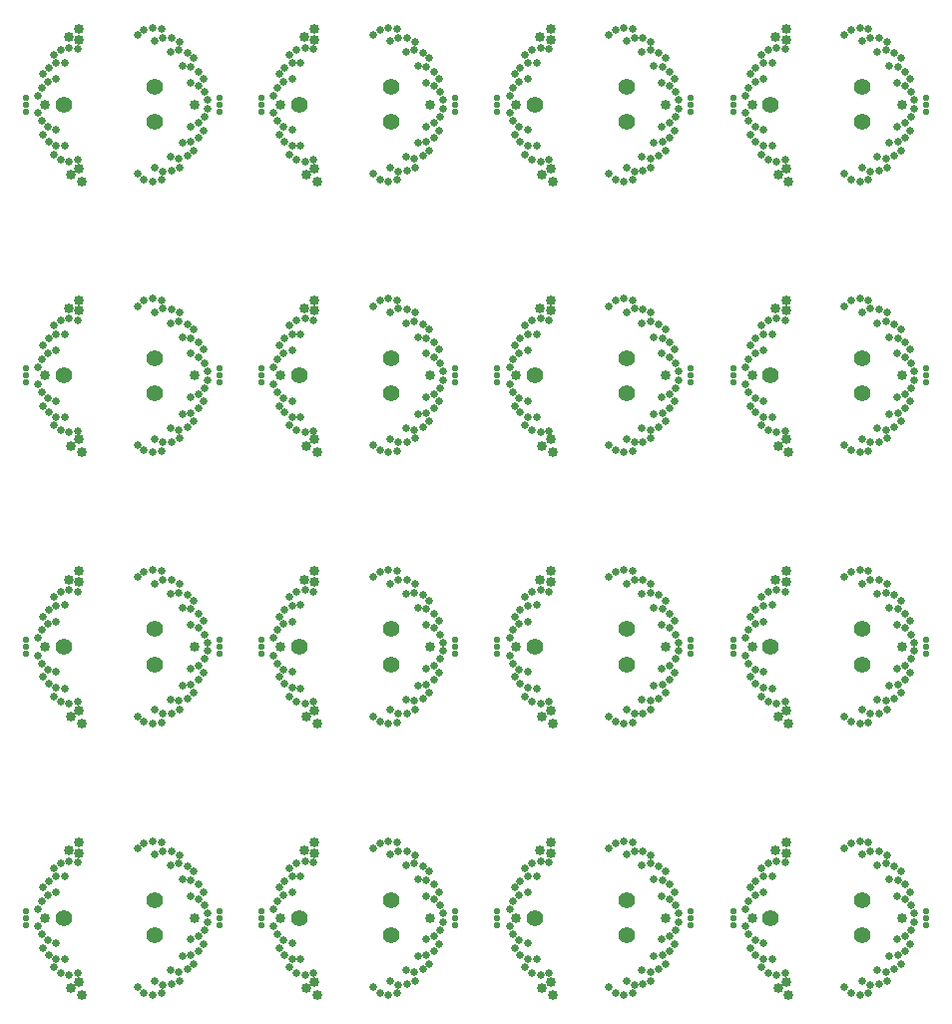
<source format=gbr>
G04 EAGLE Gerber RS-274X export*
G75*
%MOMM*%
%FSLAX34Y34*%
%LPD*%
%INSoldermask Bottom*%
%IPPOS*%
%AMOC8*
5,1,8,0,0,1.08239X$1,22.5*%
G01*
%ADD10C,0.551600*%
%ADD11C,1.401600*%
%ADD12C,0.851600*%
%ADD13C,0.635000*%


D10*
X128000Y226000D03*
X128000Y220000D03*
X128000Y214000D03*
X292000Y214000D03*
X292000Y220000D03*
X292000Y226000D03*
D11*
X237500Y205000D03*
X237500Y235000D03*
X160000Y220000D03*
D10*
X328000Y226000D03*
X328000Y220000D03*
X328000Y214000D03*
X492000Y214000D03*
X492000Y220000D03*
X492000Y226000D03*
D11*
X437500Y205000D03*
X437500Y235000D03*
X360000Y220000D03*
D10*
X528000Y226000D03*
X528000Y220000D03*
X528000Y214000D03*
X692000Y214000D03*
X692000Y220000D03*
X692000Y226000D03*
D11*
X637500Y205000D03*
X637500Y235000D03*
X560000Y220000D03*
D10*
X728000Y226000D03*
X728000Y220000D03*
X728000Y214000D03*
X892000Y214000D03*
X892000Y220000D03*
X892000Y226000D03*
D11*
X837500Y205000D03*
X837500Y235000D03*
X760000Y220000D03*
D10*
X328000Y456000D03*
X328000Y450000D03*
X328000Y444000D03*
X492000Y444000D03*
X492000Y450000D03*
X492000Y456000D03*
D11*
X437500Y435000D03*
X437500Y465000D03*
X360000Y450000D03*
D10*
X528000Y456000D03*
X528000Y450000D03*
X528000Y444000D03*
X692000Y444000D03*
X692000Y450000D03*
X692000Y456000D03*
D11*
X637500Y435000D03*
X637500Y465000D03*
X560000Y450000D03*
D10*
X728000Y456000D03*
X728000Y450000D03*
X728000Y444000D03*
X892000Y444000D03*
X892000Y450000D03*
X892000Y456000D03*
D11*
X837500Y435000D03*
X837500Y465000D03*
X760000Y450000D03*
D10*
X328000Y686000D03*
X328000Y680000D03*
X328000Y674000D03*
X492000Y674000D03*
X492000Y680000D03*
X492000Y686000D03*
D11*
X437500Y665000D03*
X437500Y695000D03*
X360000Y680000D03*
D10*
X528000Y686000D03*
X528000Y680000D03*
X528000Y674000D03*
X692000Y674000D03*
X692000Y680000D03*
X692000Y686000D03*
D11*
X637500Y665000D03*
X637500Y695000D03*
X560000Y680000D03*
D10*
X728000Y686000D03*
X728000Y680000D03*
X728000Y674000D03*
X892000Y674000D03*
X892000Y680000D03*
X892000Y686000D03*
D11*
X837500Y665000D03*
X837500Y695000D03*
X760000Y680000D03*
D10*
X328000Y916000D03*
X328000Y910000D03*
X328000Y904000D03*
X492000Y904000D03*
X492000Y910000D03*
X492000Y916000D03*
D11*
X437500Y895000D03*
X437500Y925000D03*
X360000Y910000D03*
D10*
X528000Y916000D03*
X528000Y910000D03*
X528000Y904000D03*
X692000Y904000D03*
X692000Y910000D03*
X692000Y916000D03*
D11*
X637500Y895000D03*
X637500Y925000D03*
X560000Y910000D03*
D10*
X728000Y916000D03*
X728000Y910000D03*
X728000Y904000D03*
X892000Y904000D03*
X892000Y910000D03*
X892000Y916000D03*
D11*
X837500Y895000D03*
X837500Y925000D03*
X760000Y910000D03*
D10*
X128000Y456000D03*
X128000Y450000D03*
X128000Y444000D03*
X292000Y444000D03*
X292000Y450000D03*
X292000Y456000D03*
D11*
X237500Y435000D03*
X237500Y465000D03*
X160000Y450000D03*
D10*
X128000Y686000D03*
X128000Y680000D03*
X128000Y674000D03*
X292000Y674000D03*
X292000Y680000D03*
X292000Y686000D03*
D11*
X237500Y665000D03*
X237500Y695000D03*
X160000Y680000D03*
D10*
X128000Y916000D03*
X128000Y910000D03*
X128000Y904000D03*
X292000Y904000D03*
X292000Y910000D03*
X292000Y916000D03*
D11*
X237500Y895000D03*
X237500Y925000D03*
X160000Y910000D03*
D12*
X166000Y160500D03*
X175100Y154900D03*
X173000Y165800D03*
X173000Y275000D03*
X144000Y220000D03*
X271000Y220000D03*
X173000Y284000D03*
X164000Y277000D03*
D13*
X146683Y200736D03*
X141346Y205898D03*
X153743Y198520D03*
X138369Y212622D03*
X153826Y185005D03*
X147335Y188609D03*
X161219Y184692D03*
X142719Y194334D03*
X164798Y171658D03*
X157595Y173460D03*
X172020Y173269D03*
X151654Y177795D03*
X228329Y156406D03*
X235565Y154741D03*
X222625Y161120D03*
X242826Y155907D03*
X244164Y163316D03*
X251584Y163581D03*
X237434Y166394D03*
X258296Y166587D03*
X257671Y174090D03*
X264769Y176267D03*
X250374Y175321D03*
X270475Y180907D03*
X267929Y187992D03*
X274222Y191932D03*
X260562Y187293D03*
X278532Y197891D03*
X274239Y204076D03*
X279298Y209510D03*
X267304Y201494D03*
X281919Y216381D03*
X146683Y239264D03*
X141346Y234102D03*
X153743Y241480D03*
X138369Y227378D03*
X153826Y254995D03*
X147335Y251391D03*
X161219Y255308D03*
X142719Y245666D03*
X164798Y268342D03*
X157595Y266540D03*
X172020Y266731D03*
X151654Y262205D03*
X228329Y283594D03*
X235565Y285259D03*
X222625Y278880D03*
X242826Y284093D03*
X244164Y276684D03*
X251584Y276419D03*
X237434Y273606D03*
X258296Y273413D03*
X257671Y265910D03*
X264769Y263733D03*
X250374Y264679D03*
X270475Y259093D03*
X267929Y252008D03*
X274222Y248068D03*
X260562Y252707D03*
X278532Y242109D03*
X274239Y235924D03*
X279298Y230490D03*
X267304Y238506D03*
X281919Y223619D03*
D12*
X366000Y160500D03*
X375100Y154900D03*
X373000Y165800D03*
X373000Y275000D03*
X344000Y220000D03*
X471000Y220000D03*
X373000Y284000D03*
X364000Y277000D03*
D13*
X346683Y200736D03*
X341346Y205898D03*
X353743Y198520D03*
X338369Y212622D03*
X353826Y185005D03*
X347335Y188609D03*
X361219Y184692D03*
X342719Y194334D03*
X364798Y171658D03*
X357595Y173460D03*
X372020Y173269D03*
X351654Y177795D03*
X428329Y156406D03*
X435565Y154741D03*
X422625Y161120D03*
X442826Y155907D03*
X444164Y163316D03*
X451584Y163581D03*
X437434Y166394D03*
X458296Y166587D03*
X457671Y174090D03*
X464769Y176267D03*
X450374Y175321D03*
X470475Y180907D03*
X467929Y187992D03*
X474222Y191932D03*
X460562Y187293D03*
X478532Y197891D03*
X474239Y204076D03*
X479298Y209510D03*
X467304Y201494D03*
X481919Y216381D03*
X346683Y239264D03*
X341346Y234102D03*
X353743Y241480D03*
X338369Y227378D03*
X353826Y254995D03*
X347335Y251391D03*
X361219Y255308D03*
X342719Y245666D03*
X364798Y268342D03*
X357595Y266540D03*
X372020Y266731D03*
X351654Y262205D03*
X428329Y283594D03*
X435565Y285259D03*
X422625Y278880D03*
X442826Y284093D03*
X444164Y276684D03*
X451584Y276419D03*
X437434Y273606D03*
X458296Y273413D03*
X457671Y265910D03*
X464769Y263733D03*
X450374Y264679D03*
X470475Y259093D03*
X467929Y252008D03*
X474222Y248068D03*
X460562Y252707D03*
X478532Y242109D03*
X474239Y235924D03*
X479298Y230490D03*
X467304Y238506D03*
X481919Y223619D03*
D12*
X566000Y160500D03*
X575100Y154900D03*
X573000Y165800D03*
X573000Y275000D03*
X544000Y220000D03*
X671000Y220000D03*
X573000Y284000D03*
X564000Y277000D03*
D13*
X546683Y200736D03*
X541346Y205898D03*
X553743Y198520D03*
X538369Y212622D03*
X553826Y185005D03*
X547335Y188609D03*
X561219Y184692D03*
X542719Y194334D03*
X564798Y171658D03*
X557595Y173460D03*
X572020Y173269D03*
X551654Y177795D03*
X628329Y156406D03*
X635565Y154741D03*
X622625Y161120D03*
X642826Y155907D03*
X644164Y163316D03*
X651584Y163581D03*
X637434Y166394D03*
X658296Y166587D03*
X657671Y174090D03*
X664769Y176267D03*
X650374Y175321D03*
X670475Y180907D03*
X667929Y187992D03*
X674222Y191932D03*
X660562Y187293D03*
X678532Y197891D03*
X674239Y204076D03*
X679298Y209510D03*
X667304Y201494D03*
X681919Y216381D03*
X546683Y239264D03*
X541346Y234102D03*
X553743Y241480D03*
X538369Y227378D03*
X553826Y254995D03*
X547335Y251391D03*
X561219Y255308D03*
X542719Y245666D03*
X564798Y268342D03*
X557595Y266540D03*
X572020Y266731D03*
X551654Y262205D03*
X628329Y283594D03*
X635565Y285259D03*
X622625Y278880D03*
X642826Y284093D03*
X644164Y276684D03*
X651584Y276419D03*
X637434Y273606D03*
X658296Y273413D03*
X657671Y265910D03*
X664769Y263733D03*
X650374Y264679D03*
X670475Y259093D03*
X667929Y252008D03*
X674222Y248068D03*
X660562Y252707D03*
X678532Y242109D03*
X674239Y235924D03*
X679298Y230490D03*
X667304Y238506D03*
X681919Y223619D03*
D12*
X766000Y160500D03*
X775100Y154900D03*
X773000Y165800D03*
X773000Y275000D03*
X744000Y220000D03*
X871000Y220000D03*
X773000Y284000D03*
X764000Y277000D03*
D13*
X746683Y200736D03*
X741346Y205898D03*
X753743Y198520D03*
X738369Y212622D03*
X753826Y185005D03*
X747335Y188609D03*
X761219Y184692D03*
X742719Y194334D03*
X764798Y171658D03*
X757595Y173460D03*
X772020Y173269D03*
X751654Y177795D03*
X828329Y156406D03*
X835565Y154741D03*
X822625Y161120D03*
X842826Y155907D03*
X844164Y163316D03*
X851584Y163581D03*
X837434Y166394D03*
X858296Y166587D03*
X857671Y174090D03*
X864769Y176267D03*
X850374Y175321D03*
X870475Y180907D03*
X867929Y187992D03*
X874222Y191932D03*
X860562Y187293D03*
X878532Y197891D03*
X874239Y204076D03*
X879298Y209510D03*
X867304Y201494D03*
X881919Y216381D03*
X746683Y239264D03*
X741346Y234102D03*
X753743Y241480D03*
X738369Y227378D03*
X753826Y254995D03*
X747335Y251391D03*
X761219Y255308D03*
X742719Y245666D03*
X764798Y268342D03*
X757595Y266540D03*
X772020Y266731D03*
X751654Y262205D03*
X828329Y283594D03*
X835565Y285259D03*
X822625Y278880D03*
X842826Y284093D03*
X844164Y276684D03*
X851584Y276419D03*
X837434Y273606D03*
X858296Y273413D03*
X857671Y265910D03*
X864769Y263733D03*
X850374Y264679D03*
X870475Y259093D03*
X867929Y252008D03*
X874222Y248068D03*
X860562Y252707D03*
X878532Y242109D03*
X874239Y235924D03*
X879298Y230490D03*
X867304Y238506D03*
X881919Y223619D03*
D12*
X366000Y390500D03*
X375100Y384900D03*
X373000Y395800D03*
X373000Y505000D03*
X344000Y450000D03*
X471000Y450000D03*
X373000Y514000D03*
X364000Y507000D03*
D13*
X346683Y430736D03*
X341346Y435898D03*
X353743Y428520D03*
X338369Y442622D03*
X353826Y415005D03*
X347335Y418609D03*
X361219Y414692D03*
X342719Y424334D03*
X364798Y401658D03*
X357595Y403460D03*
X372020Y403269D03*
X351654Y407795D03*
X428329Y386406D03*
X435565Y384741D03*
X422625Y391120D03*
X442826Y385907D03*
X444164Y393316D03*
X451584Y393581D03*
X437434Y396394D03*
X458296Y396587D03*
X457671Y404090D03*
X464769Y406267D03*
X450374Y405321D03*
X470475Y410907D03*
X467929Y417992D03*
X474222Y421932D03*
X460562Y417293D03*
X478532Y427891D03*
X474239Y434076D03*
X479298Y439510D03*
X467304Y431494D03*
X481919Y446381D03*
X346683Y469264D03*
X341346Y464102D03*
X353743Y471480D03*
X338369Y457378D03*
X353826Y484995D03*
X347335Y481391D03*
X361219Y485308D03*
X342719Y475666D03*
X364798Y498342D03*
X357595Y496540D03*
X372020Y496731D03*
X351654Y492205D03*
X428329Y513594D03*
X435565Y515259D03*
X422625Y508880D03*
X442826Y514093D03*
X444164Y506684D03*
X451584Y506419D03*
X437434Y503606D03*
X458296Y503413D03*
X457671Y495910D03*
X464769Y493733D03*
X450374Y494679D03*
X470475Y489093D03*
X467929Y482008D03*
X474222Y478068D03*
X460562Y482707D03*
X478532Y472109D03*
X474239Y465924D03*
X479298Y460490D03*
X467304Y468506D03*
X481919Y453619D03*
D12*
X566000Y390500D03*
X575100Y384900D03*
X573000Y395800D03*
X573000Y505000D03*
X544000Y450000D03*
X671000Y450000D03*
X573000Y514000D03*
X564000Y507000D03*
D13*
X546683Y430736D03*
X541346Y435898D03*
X553743Y428520D03*
X538369Y442622D03*
X553826Y415005D03*
X547335Y418609D03*
X561219Y414692D03*
X542719Y424334D03*
X564798Y401658D03*
X557595Y403460D03*
X572020Y403269D03*
X551654Y407795D03*
X628329Y386406D03*
X635565Y384741D03*
X622625Y391120D03*
X642826Y385907D03*
X644164Y393316D03*
X651584Y393581D03*
X637434Y396394D03*
X658296Y396587D03*
X657671Y404090D03*
X664769Y406267D03*
X650374Y405321D03*
X670475Y410907D03*
X667929Y417992D03*
X674222Y421932D03*
X660562Y417293D03*
X678532Y427891D03*
X674239Y434076D03*
X679298Y439510D03*
X667304Y431494D03*
X681919Y446381D03*
X546683Y469264D03*
X541346Y464102D03*
X553743Y471480D03*
X538369Y457378D03*
X553826Y484995D03*
X547335Y481391D03*
X561219Y485308D03*
X542719Y475666D03*
X564798Y498342D03*
X557595Y496540D03*
X572020Y496731D03*
X551654Y492205D03*
X628329Y513594D03*
X635565Y515259D03*
X622625Y508880D03*
X642826Y514093D03*
X644164Y506684D03*
X651584Y506419D03*
X637434Y503606D03*
X658296Y503413D03*
X657671Y495910D03*
X664769Y493733D03*
X650374Y494679D03*
X670475Y489093D03*
X667929Y482008D03*
X674222Y478068D03*
X660562Y482707D03*
X678532Y472109D03*
X674239Y465924D03*
X679298Y460490D03*
X667304Y468506D03*
X681919Y453619D03*
D12*
X766000Y390500D03*
X775100Y384900D03*
X773000Y395800D03*
X773000Y505000D03*
X744000Y450000D03*
X871000Y450000D03*
X773000Y514000D03*
X764000Y507000D03*
D13*
X746683Y430736D03*
X741346Y435898D03*
X753743Y428520D03*
X738369Y442622D03*
X753826Y415005D03*
X747335Y418609D03*
X761219Y414692D03*
X742719Y424334D03*
X764798Y401658D03*
X757595Y403460D03*
X772020Y403269D03*
X751654Y407795D03*
X828329Y386406D03*
X835565Y384741D03*
X822625Y391120D03*
X842826Y385907D03*
X844164Y393316D03*
X851584Y393581D03*
X837434Y396394D03*
X858296Y396587D03*
X857671Y404090D03*
X864769Y406267D03*
X850374Y405321D03*
X870475Y410907D03*
X867929Y417992D03*
X874222Y421932D03*
X860562Y417293D03*
X878532Y427891D03*
X874239Y434076D03*
X879298Y439510D03*
X867304Y431494D03*
X881919Y446381D03*
X746683Y469264D03*
X741346Y464102D03*
X753743Y471480D03*
X738369Y457378D03*
X753826Y484995D03*
X747335Y481391D03*
X761219Y485308D03*
X742719Y475666D03*
X764798Y498342D03*
X757595Y496540D03*
X772020Y496731D03*
X751654Y492205D03*
X828329Y513594D03*
X835565Y515259D03*
X822625Y508880D03*
X842826Y514093D03*
X844164Y506684D03*
X851584Y506419D03*
X837434Y503606D03*
X858296Y503413D03*
X857671Y495910D03*
X864769Y493733D03*
X850374Y494679D03*
X870475Y489093D03*
X867929Y482008D03*
X874222Y478068D03*
X860562Y482707D03*
X878532Y472109D03*
X874239Y465924D03*
X879298Y460490D03*
X867304Y468506D03*
X881919Y453619D03*
D12*
X366000Y620500D03*
X375100Y614900D03*
X373000Y625800D03*
X373000Y735000D03*
X344000Y680000D03*
X471000Y680000D03*
X373000Y744000D03*
X364000Y737000D03*
D13*
X346683Y660736D03*
X341346Y665898D03*
X353743Y658520D03*
X338369Y672622D03*
X353826Y645005D03*
X347335Y648609D03*
X361219Y644692D03*
X342719Y654334D03*
X364798Y631658D03*
X357595Y633460D03*
X372020Y633269D03*
X351654Y637795D03*
X428329Y616406D03*
X435565Y614741D03*
X422625Y621120D03*
X442826Y615907D03*
X444164Y623316D03*
X451584Y623581D03*
X437434Y626394D03*
X458296Y626587D03*
X457671Y634090D03*
X464769Y636267D03*
X450374Y635321D03*
X470475Y640907D03*
X467929Y647992D03*
X474222Y651932D03*
X460562Y647293D03*
X478532Y657891D03*
X474239Y664076D03*
X479298Y669510D03*
X467304Y661494D03*
X481919Y676381D03*
X346683Y699264D03*
X341346Y694102D03*
X353743Y701480D03*
X338369Y687378D03*
X353826Y714995D03*
X347335Y711391D03*
X361219Y715308D03*
X342719Y705666D03*
X364798Y728342D03*
X357595Y726540D03*
X372020Y726731D03*
X351654Y722205D03*
X428329Y743594D03*
X435565Y745259D03*
X422625Y738880D03*
X442826Y744093D03*
X444164Y736684D03*
X451584Y736419D03*
X437434Y733606D03*
X458296Y733413D03*
X457671Y725910D03*
X464769Y723733D03*
X450374Y724679D03*
X470475Y719093D03*
X467929Y712008D03*
X474222Y708068D03*
X460562Y712707D03*
X478532Y702109D03*
X474239Y695924D03*
X479298Y690490D03*
X467304Y698506D03*
X481919Y683619D03*
D12*
X566000Y620500D03*
X575100Y614900D03*
X573000Y625800D03*
X573000Y735000D03*
X544000Y680000D03*
X671000Y680000D03*
X573000Y744000D03*
X564000Y737000D03*
D13*
X546683Y660736D03*
X541346Y665898D03*
X553743Y658520D03*
X538369Y672622D03*
X553826Y645005D03*
X547335Y648609D03*
X561219Y644692D03*
X542719Y654334D03*
X564798Y631658D03*
X557595Y633460D03*
X572020Y633269D03*
X551654Y637795D03*
X628329Y616406D03*
X635565Y614741D03*
X622625Y621120D03*
X642826Y615907D03*
X644164Y623316D03*
X651584Y623581D03*
X637434Y626394D03*
X658296Y626587D03*
X657671Y634090D03*
X664769Y636267D03*
X650374Y635321D03*
X670475Y640907D03*
X667929Y647992D03*
X674222Y651932D03*
X660562Y647293D03*
X678532Y657891D03*
X674239Y664076D03*
X679298Y669510D03*
X667304Y661494D03*
X681919Y676381D03*
X546683Y699264D03*
X541346Y694102D03*
X553743Y701480D03*
X538369Y687378D03*
X553826Y714995D03*
X547335Y711391D03*
X561219Y715308D03*
X542719Y705666D03*
X564798Y728342D03*
X557595Y726540D03*
X572020Y726731D03*
X551654Y722205D03*
X628329Y743594D03*
X635565Y745259D03*
X622625Y738880D03*
X642826Y744093D03*
X644164Y736684D03*
X651584Y736419D03*
X637434Y733606D03*
X658296Y733413D03*
X657671Y725910D03*
X664769Y723733D03*
X650374Y724679D03*
X670475Y719093D03*
X667929Y712008D03*
X674222Y708068D03*
X660562Y712707D03*
X678532Y702109D03*
X674239Y695924D03*
X679298Y690490D03*
X667304Y698506D03*
X681919Y683619D03*
D12*
X766000Y620500D03*
X775100Y614900D03*
X773000Y625800D03*
X773000Y735000D03*
X744000Y680000D03*
X871000Y680000D03*
X773000Y744000D03*
X764000Y737000D03*
D13*
X746683Y660736D03*
X741346Y665898D03*
X753743Y658520D03*
X738369Y672622D03*
X753826Y645005D03*
X747335Y648609D03*
X761219Y644692D03*
X742719Y654334D03*
X764798Y631658D03*
X757595Y633460D03*
X772020Y633269D03*
X751654Y637795D03*
X828329Y616406D03*
X835565Y614741D03*
X822625Y621120D03*
X842826Y615907D03*
X844164Y623316D03*
X851584Y623581D03*
X837434Y626394D03*
X858296Y626587D03*
X857671Y634090D03*
X864769Y636267D03*
X850374Y635321D03*
X870475Y640907D03*
X867929Y647992D03*
X874222Y651932D03*
X860562Y647293D03*
X878532Y657891D03*
X874239Y664076D03*
X879298Y669510D03*
X867304Y661494D03*
X881919Y676381D03*
X746683Y699264D03*
X741346Y694102D03*
X753743Y701480D03*
X738369Y687378D03*
X753826Y714995D03*
X747335Y711391D03*
X761219Y715308D03*
X742719Y705666D03*
X764798Y728342D03*
X757595Y726540D03*
X772020Y726731D03*
X751654Y722205D03*
X828329Y743594D03*
X835565Y745259D03*
X822625Y738880D03*
X842826Y744093D03*
X844164Y736684D03*
X851584Y736419D03*
X837434Y733606D03*
X858296Y733413D03*
X857671Y725910D03*
X864769Y723733D03*
X850374Y724679D03*
X870475Y719093D03*
X867929Y712008D03*
X874222Y708068D03*
X860562Y712707D03*
X878532Y702109D03*
X874239Y695924D03*
X879298Y690490D03*
X867304Y698506D03*
X881919Y683619D03*
D12*
X366000Y850500D03*
X375100Y844900D03*
X373000Y855800D03*
X373000Y965000D03*
X344000Y910000D03*
X471000Y910000D03*
X373000Y974000D03*
X364000Y967000D03*
D13*
X346683Y890736D03*
X341346Y895898D03*
X353743Y888520D03*
X338369Y902622D03*
X353826Y875005D03*
X347335Y878609D03*
X361219Y874692D03*
X342719Y884334D03*
X364798Y861658D03*
X357595Y863460D03*
X372020Y863269D03*
X351654Y867795D03*
X428329Y846406D03*
X435565Y844741D03*
X422625Y851120D03*
X442826Y845907D03*
X444164Y853316D03*
X451584Y853581D03*
X437434Y856394D03*
X458296Y856587D03*
X457671Y864090D03*
X464769Y866267D03*
X450374Y865321D03*
X470475Y870907D03*
X467929Y877992D03*
X474222Y881932D03*
X460562Y877293D03*
X478532Y887891D03*
X474239Y894076D03*
X479298Y899510D03*
X467304Y891494D03*
X481919Y906381D03*
X346683Y929264D03*
X341346Y924102D03*
X353743Y931480D03*
X338369Y917378D03*
X353826Y944995D03*
X347335Y941391D03*
X361219Y945308D03*
X342719Y935666D03*
X364798Y958342D03*
X357595Y956540D03*
X372020Y956731D03*
X351654Y952205D03*
X428329Y973594D03*
X435565Y975259D03*
X422625Y968880D03*
X442826Y974093D03*
X444164Y966684D03*
X451584Y966419D03*
X437434Y963606D03*
X458296Y963413D03*
X457671Y955910D03*
X464769Y953733D03*
X450374Y954679D03*
X470475Y949093D03*
X467929Y942008D03*
X474222Y938068D03*
X460562Y942707D03*
X478532Y932109D03*
X474239Y925924D03*
X479298Y920490D03*
X467304Y928506D03*
X481919Y913619D03*
D12*
X566000Y850500D03*
X575100Y844900D03*
X573000Y855800D03*
X573000Y965000D03*
X544000Y910000D03*
X671000Y910000D03*
X573000Y974000D03*
X564000Y967000D03*
D13*
X546683Y890736D03*
X541346Y895898D03*
X553743Y888520D03*
X538369Y902622D03*
X553826Y875005D03*
X547335Y878609D03*
X561219Y874692D03*
X542719Y884334D03*
X564798Y861658D03*
X557595Y863460D03*
X572020Y863269D03*
X551654Y867795D03*
X628329Y846406D03*
X635565Y844741D03*
X622625Y851120D03*
X642826Y845907D03*
X644164Y853316D03*
X651584Y853581D03*
X637434Y856394D03*
X658296Y856587D03*
X657671Y864090D03*
X664769Y866267D03*
X650374Y865321D03*
X670475Y870907D03*
X667929Y877992D03*
X674222Y881932D03*
X660562Y877293D03*
X678532Y887891D03*
X674239Y894076D03*
X679298Y899510D03*
X667304Y891494D03*
X681919Y906381D03*
X546683Y929264D03*
X541346Y924102D03*
X553743Y931480D03*
X538369Y917378D03*
X553826Y944995D03*
X547335Y941391D03*
X561219Y945308D03*
X542719Y935666D03*
X564798Y958342D03*
X557595Y956540D03*
X572020Y956731D03*
X551654Y952205D03*
X628329Y973594D03*
X635565Y975259D03*
X622625Y968880D03*
X642826Y974093D03*
X644164Y966684D03*
X651584Y966419D03*
X637434Y963606D03*
X658296Y963413D03*
X657671Y955910D03*
X664769Y953733D03*
X650374Y954679D03*
X670475Y949093D03*
X667929Y942008D03*
X674222Y938068D03*
X660562Y942707D03*
X678532Y932109D03*
X674239Y925924D03*
X679298Y920490D03*
X667304Y928506D03*
X681919Y913619D03*
D12*
X766000Y850500D03*
X775100Y844900D03*
X773000Y855800D03*
X773000Y965000D03*
X744000Y910000D03*
X871000Y910000D03*
X773000Y974000D03*
X764000Y967000D03*
D13*
X746683Y890736D03*
X741346Y895898D03*
X753743Y888520D03*
X738369Y902622D03*
X753826Y875005D03*
X747335Y878609D03*
X761219Y874692D03*
X742719Y884334D03*
X764798Y861658D03*
X757595Y863460D03*
X772020Y863269D03*
X751654Y867795D03*
X828329Y846406D03*
X835565Y844741D03*
X822625Y851120D03*
X842826Y845907D03*
X844164Y853316D03*
X851584Y853581D03*
X837434Y856394D03*
X858296Y856587D03*
X857671Y864090D03*
X864769Y866267D03*
X850374Y865321D03*
X870475Y870907D03*
X867929Y877992D03*
X874222Y881932D03*
X860562Y877293D03*
X878532Y887891D03*
X874239Y894076D03*
X879298Y899510D03*
X867304Y891494D03*
X881919Y906381D03*
X746683Y929264D03*
X741346Y924102D03*
X753743Y931480D03*
X738369Y917378D03*
X753826Y944995D03*
X747335Y941391D03*
X761219Y945308D03*
X742719Y935666D03*
X764798Y958342D03*
X757595Y956540D03*
X772020Y956731D03*
X751654Y952205D03*
X828329Y973594D03*
X835565Y975259D03*
X822625Y968880D03*
X842826Y974093D03*
X844164Y966684D03*
X851584Y966419D03*
X837434Y963606D03*
X858296Y963413D03*
X857671Y955910D03*
X864769Y953733D03*
X850374Y954679D03*
X870475Y949093D03*
X867929Y942008D03*
X874222Y938068D03*
X860562Y942707D03*
X878532Y932109D03*
X874239Y925924D03*
X879298Y920490D03*
X867304Y928506D03*
X881919Y913619D03*
D12*
X166000Y390500D03*
X175100Y384900D03*
X173000Y395800D03*
X173000Y505000D03*
X144000Y450000D03*
X271000Y450000D03*
X173000Y514000D03*
X164000Y507000D03*
D13*
X146683Y430736D03*
X141346Y435898D03*
X153743Y428520D03*
X138369Y442622D03*
X153826Y415005D03*
X147335Y418609D03*
X161219Y414692D03*
X142719Y424334D03*
X164798Y401658D03*
X157595Y403460D03*
X172020Y403269D03*
X151654Y407795D03*
X228329Y386406D03*
X235565Y384741D03*
X222625Y391120D03*
X242826Y385907D03*
X244164Y393316D03*
X251584Y393581D03*
X237434Y396394D03*
X258296Y396587D03*
X257671Y404090D03*
X264769Y406267D03*
X250374Y405321D03*
X270475Y410907D03*
X267929Y417992D03*
X274222Y421932D03*
X260562Y417293D03*
X278532Y427891D03*
X274239Y434076D03*
X279298Y439510D03*
X267304Y431494D03*
X281919Y446381D03*
X146683Y469264D03*
X141346Y464102D03*
X153743Y471480D03*
X138369Y457378D03*
X153826Y484995D03*
X147335Y481391D03*
X161219Y485308D03*
X142719Y475666D03*
X164798Y498342D03*
X157595Y496540D03*
X172020Y496731D03*
X151654Y492205D03*
X228329Y513594D03*
X235565Y515259D03*
X222625Y508880D03*
X242826Y514093D03*
X244164Y506684D03*
X251584Y506419D03*
X237434Y503606D03*
X258296Y503413D03*
X257671Y495910D03*
X264769Y493733D03*
X250374Y494679D03*
X270475Y489093D03*
X267929Y482008D03*
X274222Y478068D03*
X260562Y482707D03*
X278532Y472109D03*
X274239Y465924D03*
X279298Y460490D03*
X267304Y468506D03*
X281919Y453619D03*
D12*
X166000Y620500D03*
X175100Y614900D03*
X173000Y625800D03*
X173000Y735000D03*
X144000Y680000D03*
X271000Y680000D03*
X173000Y744000D03*
X164000Y737000D03*
D13*
X146683Y660736D03*
X141346Y665898D03*
X153743Y658520D03*
X138369Y672622D03*
X153826Y645005D03*
X147335Y648609D03*
X161219Y644692D03*
X142719Y654334D03*
X164798Y631658D03*
X157595Y633460D03*
X172020Y633269D03*
X151654Y637795D03*
X228329Y616406D03*
X235565Y614741D03*
X222625Y621120D03*
X242826Y615907D03*
X244164Y623316D03*
X251584Y623581D03*
X237434Y626394D03*
X258296Y626587D03*
X257671Y634090D03*
X264769Y636267D03*
X250374Y635321D03*
X270475Y640907D03*
X267929Y647992D03*
X274222Y651932D03*
X260562Y647293D03*
X278532Y657891D03*
X274239Y664076D03*
X279298Y669510D03*
X267304Y661494D03*
X281919Y676381D03*
X146683Y699264D03*
X141346Y694102D03*
X153743Y701480D03*
X138369Y687378D03*
X153826Y714995D03*
X147335Y711391D03*
X161219Y715308D03*
X142719Y705666D03*
X164798Y728342D03*
X157595Y726540D03*
X172020Y726731D03*
X151654Y722205D03*
X228329Y743594D03*
X235565Y745259D03*
X222625Y738880D03*
X242826Y744093D03*
X244164Y736684D03*
X251584Y736419D03*
X237434Y733606D03*
X258296Y733413D03*
X257671Y725910D03*
X264769Y723733D03*
X250374Y724679D03*
X270475Y719093D03*
X267929Y712008D03*
X274222Y708068D03*
X260562Y712707D03*
X278532Y702109D03*
X274239Y695924D03*
X279298Y690490D03*
X267304Y698506D03*
X281919Y683619D03*
D12*
X166000Y850500D03*
X175100Y844900D03*
X173000Y855800D03*
X173000Y965000D03*
X144000Y910000D03*
X271000Y910000D03*
X173000Y974000D03*
X164000Y967000D03*
D13*
X146683Y890736D03*
X141346Y895898D03*
X153743Y888520D03*
X138369Y902622D03*
X153826Y875005D03*
X147335Y878609D03*
X161219Y874692D03*
X142719Y884334D03*
X164798Y861658D03*
X157595Y863460D03*
X172020Y863269D03*
X151654Y867795D03*
X228329Y846406D03*
X235565Y844741D03*
X222625Y851120D03*
X242826Y845907D03*
X244164Y853316D03*
X251584Y853581D03*
X237434Y856394D03*
X258296Y856587D03*
X257671Y864090D03*
X264769Y866267D03*
X250374Y865321D03*
X270475Y870907D03*
X267929Y877992D03*
X274222Y881932D03*
X260562Y877293D03*
X278532Y887891D03*
X274239Y894076D03*
X279298Y899510D03*
X267304Y891494D03*
X281919Y906381D03*
X146683Y929264D03*
X141346Y924102D03*
X153743Y931480D03*
X138369Y917378D03*
X153826Y944995D03*
X147335Y941391D03*
X161219Y945308D03*
X142719Y935666D03*
X164798Y958342D03*
X157595Y956540D03*
X172020Y956731D03*
X151654Y952205D03*
X228329Y973594D03*
X235565Y975259D03*
X222625Y968880D03*
X242826Y974093D03*
X244164Y966684D03*
X251584Y966419D03*
X237434Y963606D03*
X258296Y963413D03*
X257671Y955910D03*
X264769Y953733D03*
X250374Y954679D03*
X270475Y949093D03*
X267929Y942008D03*
X274222Y938068D03*
X260562Y942707D03*
X278532Y932109D03*
X274239Y925924D03*
X279298Y920490D03*
X267304Y928506D03*
X281919Y913619D03*
M02*

</source>
